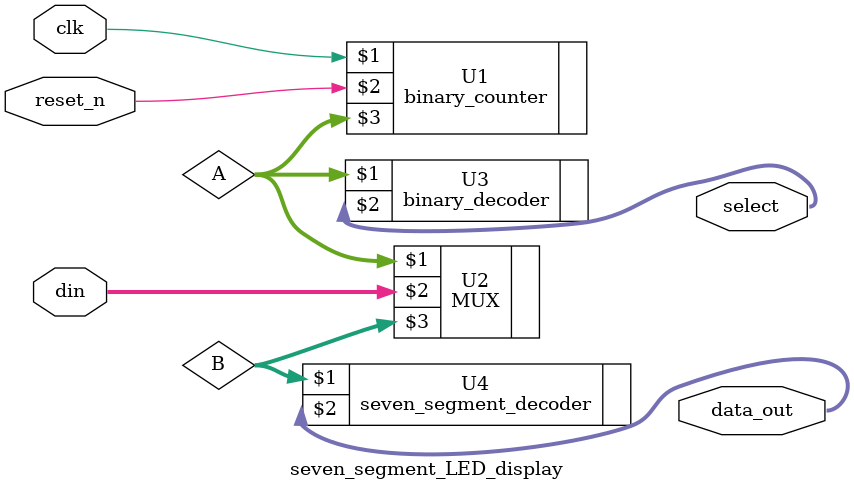
<source format=v>
/*****N digits seven_segment_LED_display*****/
module seven_segment_LED_display(clk,reset_n,data_out,select,din);
parameter N=4;
parameter M=2;//square root of N
input [4*N-1:0]din;
input clk,reset_n;
output [6:0]data_out;
output [N-1:0]select;
wire [M-1:0]A;
wire [3:0]B;
	binary_counter U1(clk,reset_n,A);
	MUX U2(A,din,B);
	binary_decoder U3(A,select);
	seven_segment_decoder U4(B,data_out);
endmodule

</source>
